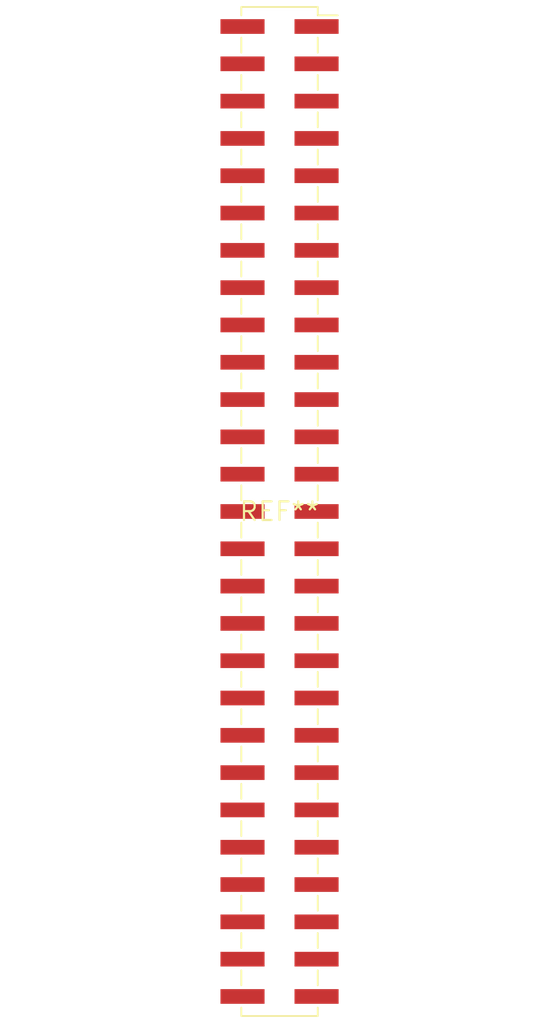
<source format=kicad_pcb>
(kicad_pcb (version 20240108) (generator pcbnew)
  (layers (0 "F.Cu" signal) (31 "B.Cu" signal) (34 "B.Paste" user) (35 "F.Paste" user) (36 "B.SilkS" user "B.Silkscreen") (37 "F.SilkS" user "F.Silkscreen") (38 "B.Mask" user) (39 "F.Mask" user) (44 "Edge.Cuts" user))
  (net 0 "")
  (footprint "PinSocket_2x27_P2.54mm_Vertical_SMD" (layer "F.Cu") (at 0 0)
    (property "Reference" "REF**")
    (property "Value" "PinSocket_2x27_P2.54mm_Vertical_SMD")
    (fp_line (start -2.6 -34.35) (end -2.6 -33.78) (layer "F.SilkS") (stroke (width 0.12)))
    (fp_line (start -2.6 -34.35) (end 2.6 -34.35) (layer "F.SilkS") (stroke (width 0.12)))
    (fp_line (start -2.6 -32.26) (end -2.6 -31.24) (layer "F.SilkS") (stroke (width 0.12)))
    (fp_line (start -2.6 -29.72) (end -2.6 -28.7) (layer "F.SilkS") (stroke (width 0.12)))
    (fp_line (start -2.6 -27.18) (end -2.6 -26.16) (layer "F.SilkS") (stroke (width 0.12)))
    (fp_line (start -2.6 -24.64) (end -2.6 -23.62) (layer "F.SilkS") (stroke (width 0.12)))
    (fp_line (start -2.6 -22.1) (end -2.6 -21.08) (layer "F.SilkS") (stroke (width 0.12)))
    (fp_line (start -2.6 -19.56) (end -2.6 -18.54) (layer "F.SilkS") (stroke (width 0.12)))
    (fp_line (start -2.6 -17.02) (end -2.6 -16) (layer "F.SilkS") (stroke (width 0.12)))
    (fp_line (start -2.6 -14.48) (end -2.6 -13.46) (layer "F.SilkS") (stroke (width 0.12)))
    (fp_line (start -2.6 -11.94) (end -2.6 -10.92) (layer "F.SilkS") (stroke (width 0.12)))
    (fp_line (start -2.6 -9.4) (end -2.6 -8.38) (layer "F.SilkS") (stroke (width 0.12)))
    (fp_line (start -2.6 -6.86) (end -2.6 -5.84) (layer "F.SilkS") (stroke (width 0.12)))
    (fp_line (start -2.6 -4.32) (end -2.6 -3.3) (layer "F.SilkS") (stroke (width 0.12)))
    (fp_line (start -2.6 -1.78) (end -2.6 -0.76) (layer "F.SilkS") (stroke (width 0.12)))
    (fp_line (start -2.6 0.76) (end -2.6 1.78) (layer "F.SilkS") (stroke (width 0.12)))
    (fp_line (start -2.6 3.3) (end -2.6 4.32) (layer "F.SilkS") (stroke (width 0.12)))
    (fp_line (start -2.6 5.84) (end -2.6 6.86) (layer "F.SilkS") (stroke (width 0.12)))
    (fp_line (start -2.6 8.38) (end -2.6 9.4) (layer "F.SilkS") (stroke (width 0.12)))
    (fp_line (start -2.6 10.92) (end -2.6 11.94) (layer "F.SilkS") (stroke (width 0.12)))
    (fp_line (start -2.6 13.46) (end -2.6 14.48) (layer "F.SilkS") (stroke (width 0.12)))
    (fp_line (start -2.6 16) (end -2.6 17.02) (layer "F.SilkS") (stroke (width 0.12)))
    (fp_line (start -2.6 18.54) (end -2.6 19.56) (layer "F.SilkS") (stroke (width 0.12)))
    (fp_line (start -2.6 21.08) (end -2.6 22.1) (layer "F.SilkS") (stroke (width 0.12)))
    (fp_line (start -2.6 23.62) (end -2.6 24.64) (layer "F.SilkS") (stroke (width 0.12)))
    (fp_line (start -2.6 26.16) (end -2.6 27.18) (layer "F.SilkS") (stroke (width 0.12)))
    (fp_line (start -2.6 28.7) (end -2.6 29.72) (layer "F.SilkS") (stroke (width 0.12)))
    (fp_line (start -2.6 31.24) (end -2.6 32.26) (layer "F.SilkS") (stroke (width 0.12)))
    (fp_line (start -2.6 33.78) (end -2.6 34.35) (layer "F.SilkS") (stroke (width 0.12)))
    (fp_line (start -2.6 34.35) (end 2.6 34.35) (layer "F.SilkS") (stroke (width 0.12)))
    (fp_line (start 2.6 -34.35) (end 2.6 -33.78) (layer "F.SilkS") (stroke (width 0.12)))
    (fp_line (start 2.6 -33.78) (end 3.96 -33.78) (layer "F.SilkS") (stroke (width 0.12)))
    (fp_line (start 2.6 -32.26) (end 2.6 -31.24) (layer "F.SilkS") (stroke (width 0.12)))
    (fp_line (start 2.6 -29.72) (end 2.6 -28.7) (layer "F.SilkS") (stroke (width 0.12)))
    (fp_line (start 2.6 -27.18) (end 2.6 -26.16) (layer "F.SilkS") (stroke (width 0.12)))
    (fp_line (start 2.6 -24.64) (end 2.6 -23.62) (layer "F.SilkS") (stroke (width 0.12)))
    (fp_line (start 2.6 -22.1) (end 2.6 -21.08) (layer "F.SilkS") (stroke (width 0.12)))
    (fp_line (start 2.6 -19.56) (end 2.6 -18.54) (layer "F.SilkS") (stroke (width 0.12)))
    (fp_line (start 2.6 -17.02) (end 2.6 -16) (layer "F.SilkS") (stroke (width 0.12)))
    (fp_line (start 2.6 -14.48) (end 2.6 -13.46) (layer "F.SilkS") (stroke (width 0.12)))
    (fp_line (start 2.6 -11.94) (end 2.6 -10.92) (layer "F.SilkS") (stroke (width 0.12)))
    (fp_line (start 2.6 -9.4) (end 2.6 -8.38) (layer "F.SilkS") (stroke (width 0.12)))
    (fp_line (start 2.6 -6.86) (end 2.6 -5.84) (layer "F.SilkS") (stroke (width 0.12)))
    (fp_line (start 2.6 -4.32) (end 2.6 -3.3) (layer "F.SilkS") (stroke (width 0.12)))
    (fp_line (start 2.6 -1.78) (end 2.6 -0.76) (layer "F.SilkS") (stroke (width 0.12)))
    (fp_line (start 2.6 0.76) (end 2.6 1.78) (layer "F.SilkS") (stroke (width 0.12)))
    (fp_line (start 2.6 3.3) (end 2.6 4.32) (layer "F.SilkS") (stroke (width 0.12)))
    (fp_line (start 2.6 5.84) (end 2.6 6.86) (layer "F.SilkS") (stroke (width 0.12)))
    (fp_line (start 2.6 8.38) (end 2.6 9.4) (layer "F.SilkS") (stroke (width 0.12)))
    (fp_line (start 2.6 10.92) (end 2.6 11.94) (layer "F.SilkS") (stroke (width 0.12)))
    (fp_line (start 2.6 13.46) (end 2.6 14.48) (layer "F.SilkS") (stroke (width 0.12)))
    (fp_line (start 2.6 16) (end 2.6 17.02) (layer "F.SilkS") (stroke (width 0.12)))
    (fp_line (start 2.6 18.54) (end 2.6 19.56) (layer "F.SilkS") (stroke (width 0.12)))
    (fp_line (start 2.6 21.08) (end 2.6 22.1) (layer "F.SilkS") (stroke (width 0.12)))
    (fp_line (start 2.6 23.62) (end 2.6 24.64) (layer "F.SilkS") (stroke (width 0.12)))
    (fp_line (start 2.6 26.16) (end 2.6 27.18) (layer "F.SilkS") (stroke (width 0.12)))
    (fp_line (start 2.6 28.7) (end 2.6 29.72) (layer "F.SilkS") (stroke (width 0.12)))
    (fp_line (start 2.6 31.24) (end 2.6 32.26) (layer "F.SilkS") (stroke (width 0.12)))
    (fp_line (start 2.6 33.78) (end 2.6 34.35) (layer "F.SilkS") (stroke (width 0.12)))
    (pad "1" smd rect (at 2.52 -33.02) (size 3 1) (layers "F.Cu" "F.Paste" "F.Mask"))
    (pad "2" smd rect (at -2.52 -33.02) (size 3 1) (layers "F.Cu" "F.Paste" "F.Mask"))
    (pad "3" smd rect (at 2.52 -30.48) (size 3 1) (layers "F.Cu" "F.Paste" "F.Mask"))
    (pad "4" smd rect (at -2.52 -30.48) (size 3 1) (layers "F.Cu" "F.Paste" "F.Mask"))
    (pad "5" smd rect (at 2.52 -27.94) (size 3 1) (layers "F.Cu" "F.Paste" "F.Mask"))
    (pad "6" smd rect (at -2.52 -27.94) (size 3 1) (layers "F.Cu" "F.Paste" "F.Mask"))
    (pad "7" smd rect (at 2.52 -25.4) (size 3 1) (layers "F.Cu" "F.Paste" "F.Mask"))
    (pad "8" smd rect (at -2.52 -25.4) (size 3 1) (layers "F.Cu" "F.Paste" "F.Mask"))
    (pad "9" smd rect (at 2.52 -22.86) (size 3 1) (layers "F.Cu" "F.Paste" "F.Mask"))
    (pad "10" smd rect (at -2.52 -22.86) (size 3 1) (layers "F.Cu" "F.Paste" "F.Mask"))
    (pad "11" smd rect (at 2.52 -20.32) (size 3 1) (layers "F.Cu" "F.Paste" "F.Mask"))
    (pad "12" smd rect (at -2.52 -20.32) (size 3 1) (layers "F.Cu" "F.Paste" "F.Mask"))
    (pad "13" smd rect (at 2.52 -17.78) (size 3 1) (layers "F.Cu" "F.Paste" "F.Mask"))
    (pad "14" smd rect (at -2.52 -17.78) (size 3 1) (layers "F.Cu" "F.Paste" "F.Mask"))
    (pad "15" smd rect (at 2.52 -15.24) (size 3 1) (layers "F.Cu" "F.Paste" "F.Mask"))
    (pad "16" smd rect (at -2.52 -15.24) (size 3 1) (layers "F.Cu" "F.Paste" "F.Mask"))
    (pad "17" smd rect (at 2.52 -12.7) (size 3 1) (layers "F.Cu" "F.Paste" "F.Mask"))
    (pad "18" smd rect (at -2.52 -12.7) (size 3 1) (layers "F.Cu" "F.Paste" "F.Mask"))
    (pad "19" smd rect (at 2.52 -10.16) (size 3 1) (layers "F.Cu" "F.Paste" "F.Mask"))
    (pad "20" smd rect (at -2.52 -10.16) (size 3 1) (layers "F.Cu" "F.Paste" "F.Mask"))
    (pad "21" smd rect (at 2.52 -7.62) (size 3 1) (layers "F.Cu" "F.Paste" "F.Mask"))
    (pad "22" smd rect (at -2.52 -7.62) (size 3 1) (layers "F.Cu" "F.Paste" "F.Mask"))
    (pad "23" smd rect (at 2.52 -5.08) (size 3 1) (layers "F.Cu" "F.Paste" "F.Mask"))
    (pad "24" smd rect (at -2.52 -5.08) (size 3 1) (layers "F.Cu" "F.Paste" "F.Mask"))
    (pad "25" smd rect (at 2.52 -2.54) (size 3 1) (layers "F.Cu" "F.Paste" "F.Mask"))
    (pad "26" smd rect (at -2.52 -2.54) (size 3 1) (layers "F.Cu" "F.Paste" "F.Mask"))
    (pad "27" smd rect (at 2.52 0) (size 3 1) (layers "F.Cu" "F.Paste" "F.Mask"))
    (pad "28" smd rect (at -2.52 0) (size 3 1) (layers "F.Cu" "F.Paste" "F.Mask"))
    (pad "29" smd rect (at 2.52 2.54) (size 3 1) (layers "F.Cu" "F.Paste" "F.Mask"))
    (pad "30" smd rect (at -2.52 2.54) (size 3 1) (layers "F.Cu" "F.Paste" "F.Mask"))
    (pad "31" smd rect (at 2.52 5.08) (size 3 1) (layers "F.Cu" "F.Paste" "F.Mask"))
    (pad "32" smd rect (at -2.52 5.08) (size 3 1) (layers "F.Cu" "F.Paste" "F.Mask"))
    (pad "33" smd rect (at 2.52 7.62) (size 3 1) (layers "F.Cu" "F.Paste" "F.Mask"))
    (pad "34" smd rect (at -2.52 7.62) (size 3 1) (layers "F.Cu" "F.Paste" "F.Mask"))
    (pad "35" smd rect (at 2.52 10.16) (size 3 1) (layers "F.Cu" "F.Paste" "F.Mask"))
    (pad "36" smd rect (at -2.52 10.16) (size 3 1) (layers "F.Cu" "F.Paste" "F.Mask"))
    (pad "37" smd rect (at 2.52 12.7) (size 3 1) (layers "F.Cu" "F.Paste" "F.Mask"))
    (pad "38" smd rect (at -2.52 12.7) (size 3 1) (layers "F.Cu" "F.Paste" "F.Mask"))
    (pad "39" smd rect (at 2.52 15.24) (size 3 1) (layers "F.Cu" "F.Paste" "F.Mask"))
    (pad "40" smd rect (at -2.52 15.24) (size 3 1) (layers "F.Cu" "F.Paste" "F.Mask"))
    (pad "41" smd rect (at 2.52 17.78) (size 3 1) (layers "F.Cu" "F.Paste" "F.Mask"))
    (pad "42" smd rect (at -2.52 17.78) (size 3 1) (layers "F.Cu" "F.Paste" "F.Mask"))
    (pad "43" smd rect (at 2.52 20.32) (size 3 1) (layers "F.Cu" "F.Paste" "F.Mask"))
    (pad "44" smd rect (at -2.52 20.32) (size 3 1) (layers "F.Cu" "F.Paste" "F.Mask"))
    (pad "45" smd rect (at 2.52 22.86) (size 3 1) (layers "F.Cu" "F.Paste" "F.Mask"))
    (pad "46" smd rect (at -2.52 22.86) (size 3 1) (layers "F.Cu" "F.Paste" "F.Mask"))
    (pad "47" smd rect (at 2.52 25.4) (size 3 1) (layers "F.Cu" "F.Paste" "F.Mask"))
    (pad "48" smd rect (at -2.52 25.4) (size 3 1) (layers "F.Cu" "F.Paste" "F.Mask"))
    (pad "49" smd rect (at 2.52 27.94) (size 3 1) (layers "F.Cu" "F.Paste" "F.Mask"))
    (pad "50" smd rect (at -2.52 27.94) (size 3 1) (layers "F.Cu" "F.Paste" "F.Mask"))
    (pad "51" smd rect (at 2.52 30.48) (size 3 1) (layers "F.Cu" "F.Paste" "F.Mask"))
    (pad "52" smd rect (at -2.52 30.48) (size 3 1) (layers "F.Cu" "F.Paste" "F.Mask"))
    (pad "53" smd rect (at 2.52 33.02) (size 3 1) (layers "F.Cu" "F.Paste" "F.Mask"))
    (pad "54" smd rect (at -2.52 33.02) (size 3 1) (layers "F.Cu" "F.Paste" "F.Mask"))
  )
)
</source>
